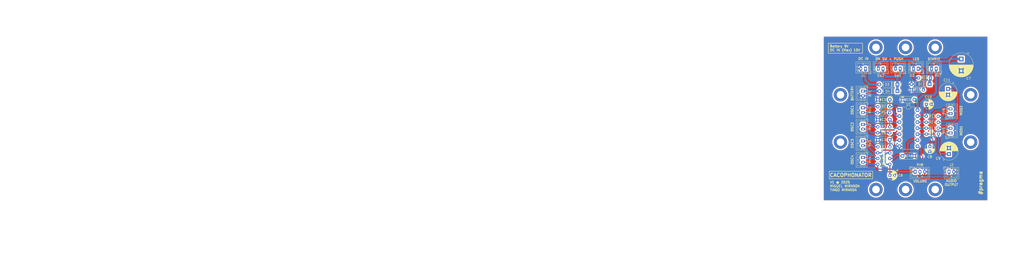
<source format=kicad_pcb>
(kicad_pcb (version 20241229) (generator "pcbnew") (generator_version "9.0")
  (title_block (title "CACOPHONATOR") (date "2025-03-02") (rev "1") (company "#pragma") (comment 1 "Miguel Miranda & Tiago Miranda") (comment 3 "Cacophonator V1 - PCB  V1"))
  (layers (0 "F.Cu" signal) (2 "B.Cu" signal) (13 "F.Paste" user) (15 "B.Paste" user) (5 "F.SilkS" user "F.Silkscreen") (7 "B.SilkS" user "B.Silkscreen") (1 "F.Mask" user) (3 "B.Mask" user) (25 "Edge.Cuts" user))
  (net 0 "")
  (net 1 "VCC")
  (net 2 "GND")
  (net 3 "Net-(C1-Pad1)")
  (net 4 "Net-(C2-Pad1)")
  (net 5 "Net-(C3-Pad1)")
  (net 6 "Net-(C4-Pad1)")
  (net 7 "Net-(U1G-VDD)")
  (net 8 "Net-(C6-Pad1)")
  (net 9 "Net-(D1-K)")
  (net 10 "Net-(C8-Pad1)")
  (net 11 "Net-(C9-Pad1)")
  (net 12 "Net-(C10-Pad1)")
  (net 13 "Net-(C11-Pad1)")
  (net 14 "Net-(R1-Pad2)")
  (net 15 "Net-(R2-Pad2)")
  (net 16 "Net-(R3-Pad2)")
  (net 17 "Net-(R4-Pad2)")
  (net 18 "Net-(R5-Pad2)")
  (net 19 "Net-(R6-Pad2)")
  (net 20 "Net-(R7-Pad2)")
  (net 21 "Net-(R8-Pad2)")
  (net 22 "Net-(R11-Pad2)")
  (net 23 "Net-(R12-Pad2)")
  (net 24 "Net-(R13-Pad2)")
  (net 25 "Net-(R14-Pad2)")
  (net 26 "Net-(D2-K)")
  (net 27 "Net-(C6-Pad2)")
  (net 28 "Net-(BT1-+)")
  (net 29 "Net-(D3-A)")
  (net 30 "Net-(J2-In)")
  (net 31 "Net-(D3-K)")
  (footprint "Connector_JST:JST_PH_B2B-PH-K_1x02_P2.00mm_Vertical" (layer "F.Cu") (at 169 106.15 90)
    (property "Reference" "RV5" (at 1 -2.9 90) (layer "F.SilkS"))
    (property "Value" "1M")
    (pad "1" thru_hole roundrect (at 0 0 90) (size 1.2 1.75) (drill 0.75) (layers "*.Cu" "*.Mask") (roundrect_rratio 0.208333) (net 23 "Net-(R12-Pad2)"))
    (pad "2" thru_hole oval (at 2 0 90) (size 1.2 1.75) (drill 0.75) (layers "*.Cu" "*.Mask") (net 22 "Net-(R11-Pad2)"))
  )
  (footprint "Capacitor_THT:C_Disc_D7.0mm_W2.5mm_P5.00mm" (layer "F.Cu") (at 143.3 109.035 180)
    (property "Reference" "C3" (at 2.5 0 0) (layer "F.SilkS"))
    (property "Value" "0.01uF")
    (pad "1" thru_hole circle (at 0 0 180) (size 1.6 1.6) (drill 0.8) (layers "*.Cu" "*.Mask") (net 5 "Net-(C3-Pad1)"))
    (pad "2" thru_hole circle (at 5 0 180) (size 1.6 1.6) (drill 0.8) (layers "*.Cu" "*.Mask") (net 2 "GND"))
  )
  (footprint "Capacitor_THT:CP_Radial_D4.0mm_P2.00mm" (layer "F.Cu") (at 143.377401 124)
    (property "Reference" "C6" (at 4.5 0 0) (layer "F.SilkS"))
    (property "Value" "22uF")
    (pad "1" thru_hole rect (at 0 0) (size 1.2 1.2) (drill 0.6) (layers "*.Cu" "*.Mask") (net 8 "Net-(C6-Pad1)"))
    (pad "2" thru_hole circle (at 2 0) (size 1.2 1.2) (drill 0.6) (layers "*.Cu" "*.Mask") (net 27 "Net-(C6-Pad2)"))
  )
  (footprint "Package_DIP:DIP-14_W7.62mm" (layer "F.Cu") (at 147.412323 96.485)
    (property "Reference" "U1" (at 3.81 -2.33 0) (layer "F.SilkS"))
    (property "Value" "40106")
    (pad "1" thru_hole rect (at 0 0) (size 1.6 1.6) (drill 0.8) (layers "*.Cu" "*.Mask") (net 3 "Net-(C1-Pad1)"))
    (pad "2" thru_hole oval (at 0 2.54) (size 1.6 1.6) (drill 0.8) (layers "*.Cu" "*.Mask") (net 18 "Net-(R5-Pad2)"))
    (pad "3" thru_hole oval (at 0 5.08) (size 1.6 1.6) (drill 0.8) (layers "*.Cu" "*.Mask") (net 4 "Net-(C2-Pad1)"))
    (pad "4" thru_hole oval (at 0 7.62) (size 1.6 1.6) (drill 0.8) (layers "*.Cu" "*.Mask") (net 19 "Net-(R6-Pad2)"))
    (pad "5" thru_hole oval (at 0 10.16) (size 1.6 1.6) (drill 0.8) (layers "*.Cu" "*.Mask") (net 5 "Net-(C3-Pad1)"))
    (pad "6" thru_hole oval (at 0 12.7) (size 1.6 1.6) (drill 0.8) (layers "*.Cu" "*.Mask") (net 20 "Net-(R7-Pad2)"))
    (pad "7" thru_hole oval (at 0 15.24) (size 1.6 1.6) (drill 0.8) (layers "*.Cu" "*.Mask") (net 2 "GND"))
    (pad "8" thru_hole oval (at 7.62 15.24) (size 1.6 1.6) (drill 0.8) (layers "*.Cu" "*.Mask") (net 21 "Net-(R8-Pad2)"))
    (pad "9" thru_hole oval (at 7.62 12.7) (size 1.6 1.6) (drill 0.8) (layers "*.Cu" "*.Mask") (net 6 "Net-(C4-Pad1)"))
    (pad "10" thru_hole oval (at 7.62 10.16) (size 1.6 1.6) (drill 0.8) (layers "*.Cu" "*.Mask") (net 23 "Net-(R12-Pad2)"))
    (pad "11" thru_hole oval (at 7.62 7.62) (size 1.6 1.6) (drill 0.8) (layers "*.Cu" "*.Mask") (net 10 "Net-(C8-Pad1)"))
    (pad "12" thru_hole oval (at 7.62 5.08) (size 1.6 1.6) (drill 0.8) (layers "*.Cu" "*.Mask") (net 25 "Net-(R14-Pad2)"))
    (pad "13" thru_hole oval (at 7.62 2.54) (size 1.6 1.6) (drill 0.8) (layers "*.Cu" "*.Mask") (net 12 "Net-(C10-Pad1)"))
    (pad "14" thru_hole oval (at 7.62 0) (size 1.6 1.6) (drill 0.8) (layers "*.Cu" "*.Mask") (net 7 "Net-(U1G-VDD)"))
  )
  (footprint "Connector_JST:JST_PH_B2B-PH-K_1x02_P2.00mm_Vertical" (layer "F.Cu") (at 169 97.95 90)
    (property "Reference" "RV6" (at 1 -2.9 90) (layer "F.SilkS"))
    (property "Value" "1M")
    (pad "1" thru_hole roundrect (at 0 0 90) (size 1.2 1.75) (drill 0.75) (layers "*.Cu" "*.Mask") (roundrect_rratio 0.208333) (net 24 "Net-(R13-Pad2)"))
    (pad "2" thru_hole oval (at 2 0 90) (size 1.2 1.75) (drill 0.75) (layers "*.Cu" "*.Mask") (net 25 "Net-(R14-Pad2)"))
  )
  (footprint "Capacitor_THT:CP_Radial_D7.5mm_P2.50mm" (layer "F.Cu") (at 167.95 87.5 -90)
    (property "Reference" "C11" (at -3.7 0.5 0) (layer "F.SilkS"))
    (property "Value" "22uF")
    (pad "1" thru_hole rect (at 0 0 270) (size 1.6 1.6) (drill 0.8) (layers "*.Cu" "*.Mask") (net 13 "Net-(C11-Pad1)"))
    (pad "2" thru_hole circle (at 2.5 0 270) (size 1.6 1.6) (drill 0.8) (layers "*.Cu" "*.Mask") (net 2 "GND"))
  )
  (footprint "Capacitor_THT:CP_Radial_D4.0mm_P2.00mm" (layer "F.Cu") (at 158.75 94)
    (property "Reference" "C10" (at 0.85 -3 0) (layer "F.SilkS"))
    (property "Value" "4.7uF")
    (pad "1" thru_hole rect (at 0 0) (size 1.2 1.2) (drill 0.6) (layers "*.Cu" "*.Mask") (net 12 "Net-(C10-Pad1)"))
    (pad "2" thru_hole circle (at 2 0) (size 1.2 1.2) (drill 0.6) (layers "*.Cu" "*.Mask") (net 2 "GND"))
  )
  (footprint "Connector_JST:JST_PH_B2B-PH-K_1x02_P2.00mm_Vertical" (layer "F.Cu") (at 162.95 79 180)
    (property "Reference" "RV7" (at -0.7 -2.9 180) (layer "F.SilkS"))
    (property "Value" "10k")
    (pad "1" thru_hole roundrect (at 0 0 180) (size 1.2 1.75) (drill 0.75) (layers "*.Cu" "*.Mask") (roundrect_rratio 0.208333) (net 7 "Net-(U1G-VDD)"))
    (pad "2" thru_hole oval (at 2 0 180) (size 1.2 1.75) (drill 0.75) (layers "*.Cu" "*.Mask") (net 9 "Net-(D1-K)"))
  )
  (footprint "Resistor_THT:R_Axial_DIN0204_L3.6mm_D1.6mm_P5.08mm_Horizontal" (layer "F.Cu") (at 143.332323 95.035 180)
    (property "Reference" "R1" (at 2.54 0 0) (layer "F.SilkS"))
    (property "Value" "10k" (hide yes))
    (pad "1" thru_hole circle (at 0 0 180) (size 1.4 1.4) (drill 0.7) (layers "*.Cu" "*.Mask") (net 3 "Net-(C1-Pad1)"))
    (pad "2" thru_hole oval (at 5.08 0 180) (size 1.4 1.4) (drill 0.7) (layers "*.Cu" "*.Mask") (net 14 "Net-(R1-Pad2)"))
  )
  (footprint "Resistor_THT:R_Axial_DIN0204_L3.6mm_D1.6mm_P5.08mm_Horizontal" (layer "F.Cu") (at 158.74 104.1)
    (property "Reference" "R11" (at 2.54 0 0) (layer "F.SilkS"))
    (property "Value" "10k")
    (pad "1" thru_hole circle (at 0 0) (size 1.4 1.4) (drill 0.7) (layers "*.Cu" "*.Mask") (net 10 "Net-(C8-Pad1)"))
    (pad "2" thru_hole oval (at 5.08 0) (size 1.4 1.4) (drill 0.7) (layers "*.Cu" "*.Mask") (net 22 "Net-(R11-Pad2)"))
  )
  (footprint "MountingHole:MountingHole_3.2mm_M3_ISO7380_Pad" (layer "F.Cu") (at 162.5 130)
    (property "Reference" "H10" (hide yes))
    (property "Value" "MountingHole")
    (pad "1" thru_hole circle (at 0 0) (size 5.7 5.7) (drill 3.2) (layers "*.Cu" "*.Mask"))
  )
  (footprint "Connector_JST:JST_PH_B2B-PH-K_1x02_P2.00mm_Vertical" (layer "F.Cu") (at 132 95.5 -90)
    (property "Reference" "RV1" (at 1 -2.9 90) (layer "F.SilkS"))
    (property "Value" "1M")
    (pad "1" thru_hole roundrect (at 0 0 270) (size 1.2 1.75) (drill 0.75) (layers "*.Cu" "*.Mask") (roundrect_rratio 0.208333) (net 14 "Net-(R1-Pad2)"))
    (pad "2" thru_hole oval (at 2 0 270) (size 1.2 1.75) (drill 0.75) (layers "*.Cu" "*.Mask") (net 18 "Net-(R5-Pad2)"))
  )
  (footprint "MountingHole:MountingHole_3.2mm_M3_ISO7380_Pad" (layer "F.Cu") (at 122.5 110)
    (property "Reference" "H3" (hide yes))
    (property "Value" "MountingHole")
    (pad "1" thru_hole circle (at 0 0) (size 5.7 5.7) (drill 3.2) (layers "*.Cu" "*.Mask"))
  )
  (footprint "Resistor_THT:R_Axial_DIN0204_L3.6mm_D1.6mm_P5.08mm_Horizontal" (layer "F.Cu") (at 143.332323 116.9 180)
    (property "Reference" "R4" (at 2.54 0 0) (layer "F.SilkS"))
    (property "Value" "10k")
    (pad "1" thru_hole circle (at 0 0 180) (size 1.4 1.4) (drill 0.7) (layers "*.Cu" "*.Mask") (net 6 "Net-(C4-Pad1)"))
    (pad "2" thru_hole oval (at 5.08 0 180) (size 1.4 1.4) (drill 0.7) (layers "*.Cu" "*.Mask") (net 17 "Net-(R4-Pad2)"))
  )
  (footprint "Connector_JST:JST_PH_B2B-PH-K_1x02_P2.00mm_Vertical" (layer "F.Cu") (at 132 102.5 -90)
    (property "Reference" "RV2" (at 1 -2.9 90) (layer "F.SilkS"))
    (property "Value" "1M")
    (pad "1" thru_hole roundrect (at 0 0 270) (size 1.2 1.75) (drill 0.75) (layers "*.Cu" "*.Mask") (roundrect_rratio 0.208333) (net 15 "Net-(R2-Pad2)"))
    (pad "2" thru_hole oval (at 2 0 270) (size 1.2 1.75) (drill 0.75) (layers "*.Cu" "*.Mask") (net 19 "Net-(R6-Pad2)"))
  )
  (footprint "MountingHole:MountingHole_3.2mm_M3_ISO7380_Pad" (layer "F.Cu") (at 177.5 90)
    (property "Reference" "H2" (hide yes))
    (property "Value" "MountingHole")
    (pad "1" thru_hole circle (at 0 0) (size 5.7 5.7) (drill 3.2) (layers "*.Cu" "*.Mask"))
  )
  (footprint "Capacitor_THT:C_Disc_D7.0mm_W2.5mm_P5.00mm" (layer "F.Cu") (at 143.332323 92.035 180)
    (property "Reference" "C1" (at 2.5 0 0) (layer "F.SilkS"))
    (property "Value" "2200pF" (hide yes))
    (pad "1" thru_hole circle (at 0 0 180) (size 1.6 1.6) (drill 0.8) (layers "*.Cu" "*.Mask") (net 3 "Net-(C1-Pad1)"))
    (pad "2" thru_hole circle (at 5 0 180) (size 1.6 1.6) (drill 0.8) (layers "*.Cu" "*.Mask") (net 2 "GND"))
  )
  (footprint "Connector_JST:JST_PH_B2B-PH-K_1x02_P2.00mm_Vertical" (layer "F.Cu") (at 168.35 122.5)
    (property "Reference" "J2" (at 1 -2.9 0) (layer "F.SilkS"))
    (property "Value" "AUDIO OUTPUT")
    (pad "1" thru_hole roundrect (at 0 0) (size 1.2 1.75) (drill 0.75) (layers "*.Cu" "*.Mask") (roundrect_rratio 0.208333) (net 30 "Net-(J2-In)"))
    (pad "2" thru_hole oval (at 2 0) (size 1.2 1.75) (drill 0.75) (layers "*.Cu" "*.Mask") (net 2 "GND"))
  )
  (footprint "Capacitor_THT:C_Disc_D7.0mm_W2.5mm_P5.00mm" (layer "F.Cu") (at 153.732323 92.06 180)
    (property "Reference" "C5" (at 2.5 0 0) (layer "F.SilkS"))
    (property "Value" "0.01uF")
    (pad "1" thru_hole circle (at 0 0 180) (size 1.6 1.6) (drill 0.8) (layers "*.Cu" "*.Mask") (net 7 "Net-(U1G-VDD)"))
    (pad "2" thru_hole circle (at 5 0 180) (size 1.6 1.6) (drill 0.8) (layers "*.Cu" "*.Mask") (net 2 "GND"))
  )
  (footprint "Resistor_THT:R_Axial_DIN0204_L3.6mm_D1.6mm_P5.08mm_Horizontal" (layer "F.Cu") (at 143.3 106.035 180)
    (property "Reference" "R6" (at 2.54 0 0) (layer "F.SilkS"))
    (property "Value" "10k")
    (pad "1" thru_hole circle (at 0 0 180) (size 1.4 1.4) (drill 0.7) (layers "*.Cu" "*.Mask") (net 8 "Net-(C6-Pad1)"))
    (pad "2" thru_hole oval (at 5.08 0 180) (size 1.4 1.4) (drill 0.7) (layers "*.Cu" "*.Mask") (net 19 "Net-(R6-Pad2)"))
  )
  (footprint "MountingHole:MountingHole_3.2mm_M3_ISO7380_Pad" (layer "F.Cu") (at 150 130)
    (property "Reference" "H9" (hide yes))
    (property "Value" "MountingHole")
    (pad "1" thru_hole circle (at 0 0) (size 5.7 5.7) (drill 3.2) (layers "*.Cu" "*.Mask"))
  )
  (footprint "Diode_THT:D_DO-35_SOD27_P7.62mm_Horizontal" (layer "F.Cu") (at 146.5438 88.4698 180)
    (property "Reference" "D4" (at 4.11 -0.1 0) (layer "F.SilkS"))
    (property "Value" "1N4004*")
    (fp_text user "K" (at -1.59 0.1 0) (layer "F.SilkS"))
    (pad "1" thru_hole rect (at 0 0 180) (size 1.6 1.6) (drill 0.8) (layers "*.Cu" "*.Mask") (net 31 "Net-(D3-K)"))
    (pad "2" thru_hole oval (at 7.62 0 180) (size 1.6 1.6) (drill 0.8) (layers "*.Cu" "*.Mask") (net 28 "Net-(BT1-+)"))
  )
  (footprint "MountingHole:MountingHole_3.2mm_M3_ISO7380_Pad" (layer "F.Cu") (at 177.5 110)
    (property "Reference" "H4" (hide yes))
    (property "Value" "MountingHole")
    (pad "1" thru_hole circle (at 0 0) (size 5.7 5.7) (drill 3.2) (layers "*.Cu" "*.Mask"))
  )
  (footprint "Connector_JST:JST_PH_B2B-PH-K_1x02_P2.00mm_Vertical" (layer "F.Cu") (at 140.5 79 180)
    (property "Reference" "SW2" (at 1 -2.9 180) (layer "F.SilkS"))
    (property "Value" "CHARGE")
    (pad "1" thru_hole roundrect (at 0 0 180) (size 1.2 1.75) (drill 0.75) (layers "*.Cu" "*.Mask") (roundrect_rratio 0.208333) (net 31 "Net-(D3-K)"))
    (pad "2" thru_hole oval (at 2 0 180) (size 1.2 1.75) (drill 0.75) (layers "*.Cu" "*.Mask") (net 1 "VCC"))
  )
  (footprint "Diode_THT:D_DO-35_SOD27_P7.62mm_Horizontal" (layer "F.Cu") (at 146.54 85.64 180)
    (property "Reference" "D3" (at 4.32 0 0) (layer "F.SilkS"))
    (property "Value" "1N4004*")
    (fp_text user "K" (at -1.58 0 0) (layer "F.SilkS"))
    (pad "1" thru_hole rect (at 0 0 180) (size 1.6 1.6) (drill 0.8) (layers "*.Cu" "*.Mask") (net 31 "Net-(D3-K)"))
    (pad "2" thru_hole oval (at 7.62 0 180) (size 1.6 1.6) (drill 0.8) (layers "*.Cu" "*.Mask") (net 29 "Net-(D3-A)"))
  )
  (footprint "MountingHole:MountingHole_3.2mm_M3_ISO7380_Pad" (layer "F.Cu") (at 137.5 70)
    (property "Reference" "H5" (hide yes))
    (property "Value" "MountingHole")
    (pad "1" thru_hole circle (at 0 0) (size 5.7 5.7) (drill 3.2) (layers "*.Cu" "*.Mask"))
  )
  (footprint "Connector_JST:JST_PH_B2B-PH-K_1x02_P2.00mm_Vertical" (layer "F.Cu") (at 132 88.45 -90)
    (property "Reference" "BT1" (at 1 -2.9 90) (layer "F.SilkS"))
    (property "Value" "9V")
    (pad "1" thru_hole roundrect (at 0 0 270) (size 1.2 1.75) (drill 0.75) (layers "*.Cu" "*.Mask") (roundrect_rratio 0.208333) (net 28 "Net-(BT1-+)"))
    (pad "2" thru_hole oval (at 2 0 270) (size 1.2 1.75) (drill 0.75) (layers "*.Cu" "*.Mask") (net 2 "GND"))
  )
  (footprint "MountingHole:MountingHole_3.2mm_M3_ISO7380_Pad" (layer "F.Cu") (at 137.5 130)
    (property "Reference" "H8" (hide yes))
    (property "Value" "MountingHole")
    (pad "1" thru_hole circle (at 0 0) (size 5.7 5.7) (drill 3.2) (layers "*.Cu" "*.Mask"))
  )
  (footprint "MountingHole:MountingHole_3.2mm_M3_ISO7380_Pad" (layer "F.Cu") (at 162.5 70)
    (property "Reference" "H7" (hide yes))
    (property "Value" "MountingHole")
    (pad "1" thru_hole circle (at 0 0) (size 5.7 5.7) (drill 3.2) (layers "*.Cu" "*.Mask"))
  )
  (footprint "Capacitor_THT:C_Disc_D7.0mm_W2.5mm_P5.00mm" (layer "F.Cu") (at 148.7 115.8)
    (property "Reference" "C4" (at 2.5 0 0) (layer "F.SilkS"))
    (property "Value" "0.01uF")
    (pad "1" thru_hole circle (at 0 0) (size 1.6 1.6) (drill 0.8) (layers "*.Cu" "*.Mask") (net 6 "Net-(C4-Pad1)"))
    (pad "2" thru_hole circle (at 5 0) (size 1.6 1.6) (drill 0.8) (layers "*.Cu" "*.Mask") (net 2 "GND"))
  )
  (footprint "Resistor_THT:R_Axial_DIN0204_L3.6mm_D1.6mm_P5.08mm_Horizontal" (layer "F.Cu") (at 163.82 101.6 180)
    (property "Reference" "R14" (at 2.54 0 0) (layer "F.SilkS"))
    (property "Value" "100")
    (pad "1" thru_hole circle (at 0 0 180) (size 1.4 1.4) (drill 0.7) (layers "*.Cu" "*.Mask") (net 13 "Net-(C11-Pad1)"))
    (pad "2" thru_hole oval (at 5.08 0 180) (size 1.4 1.4) (drill 0.7) (layers "*.Cu" "*.Mask") (net 25 "Net-(R14-Pad2)"))
  )
  (footprint "Resistor_THT:R_Axial_DIN0204_L3.6mm_D1.6mm_P5.08mm_Horizontal" (layer "F.Cu") (at 143.4 112 180)
    (property "Reference" "R3" (at 2.54 0 0) (layer "F.SilkS"))
    (property "Value" "10k")
    (pad "1" thru_hole circle (at 0 0 180) (size 1.4 1.4) (drill 0.7) (layers "*.Cu" "*.Mask") (net 5 "Net-(C3-Pad1)"))
    (pad "2" thru_hole oval (at 5.08 0 180) (size 1.4 1.4) (drill 0.7) (layers "*.Cu" "*.Mask") (net 16 "Net-(R3-Pad2)"))
  )
  (footprint "Capacitor_THT:CP_Radial_D7.5mm_P2.50mm" (layer "F.Cu") (at 168.3 115 90)
    (property "Reference" "C9" (at -1.9 -4.55 180) (layer "F.SilkS"))
    (property "Value" "22uF")
    (pad "1" thru_hole rect (at 0 0 90) (size 1.6 1.6) (drill 0.8) (layers "*.Cu" "*.Mask") (net 11 "Net-(C9-Pad1)"))
    (pad "2" thru_hole circle (at 2.5 0 90) (size 1.6 1.6) (drill 0.8) (layers "*.Cu" "*.Mask") (net 2 "GND"))
  )
  (footprint "Capacitor_THT:CP_Radial_D4.0mm_P2.00mm" (layer "F.Cu") (at 160.25 111.8 -90)
    (property "Reference" "C8" (at 4.4 0.05 180) (layer "F.SilkS"))
    (property "Value" "4.7uF")
    (pad "1" thru_hole rect (at 0 0 270) (size 1.2 1.2) (drill 0.6) (layers "*.Cu" "*.Mask") (net 10 "Net-(C8-Pad1)"))
    (pad "2" thru_hole circle (at 2 0 270) (size 1.2 1.2) (drill 0.6) (layers "*.Cu" "*.Mask") (net 2 "GND"))
  )
  (footprint "Resistor_THT:R_Axial_DIN0204_L3.6mm_D1.6mm_P5.08mm_Horizontal" (layer "F.Cu") (at 143.3 114.535 180)
    (property "Reference" "R7" (at 2.54 0 0) (layer "F.SilkS"))
    (property "Value" "10k")
    (pad "1" thru_hole circle (at 0 0 180) (size 1.4 1.4) (drill 0.7) (layers "*.Cu" "*.Mask") (net 8 "Net-(C6-Pad1)"))
    (pad "2" thru_hole oval (at 5.08 0 180) (size 1.4 1.4) (drill 0.7) (layers "*.Cu" "*.Mask") (net 20 "Net-(R7-Pad2)"))
  )
  (footprint "Resistor_THT:R_Axial_DIN0204_L3.6mm_D1.6mm_P5.08mm_Horizontal" (layer "F.Cu") (at 163.9 106.6 180)
    (property "Reference" "R12" (at 2.54 0 0) (layer "F.SilkS"))
    (property "Value" "100")
    (pad "1" thru_hole circle (at 0 0 180) (size 1.4 1.4) (drill 0.7) (layers "*.Cu" "*.Mask") (net 11 "Net-(C9-Pad1)"))
    (pad "2" thru_hole oval (at 5.08 0 180) (size 1.4 1.4) (drill 0.7) (layers "*.Cu" "*.Mask") (net 23 "Net-(R12-Pad2)"))
  )
  (footprint "MountingHole:MountingHole_3.2mm_M3_ISO7380_Pad" (layer "F.Cu") (at 150 70)
    (property "Reference" "H6" (hide yes))
    (property "Value" "MountingHole")
    (pad "1" thru_hole circle (at 0 0) (size 5.7 5.7) (drill 3.2) (layers "*.Cu" "*.Mask"))
  )
  (footprint "Connector_JST:JST_PH_B3B-PH-K_1x03_P2.00mm_Vertical" (layer "F.Cu") (at 154.05 122.5)
    (property "Reference" "RV8" (at 2 -2.9 0) (layer "F.SilkS"))
    (property "Value" "100k log")
    (pad "1" thru_hole roundrect (at 0 0) (size 1.2 1.75) (drill 0.75) (layers "*.Cu" "*.Mask") (roundrect_rratio 0.208333) (net 27 "Net-(C6-Pad2)"))
    (pad "2" thru_hole oval (at 2 0) (size 1.2 1.75) (drill 0.75) (layers "*.Cu" "*.Mask") (net 30 "Net-(J2-In)"))
    (pad "3" thru_hole oval (at 4 0) (size 1.2 1.75) (drill 0.75) (layers "*.Cu" "*.Mask") (net 2 "GND"))
  )
  (footprint "Resistor_THT:R_Axial_DIN0204_L3.6mm_D1.6mm_P5.08mm_Horizontal" (layer "F.Cu") (at 155.46 82.9)
    (property "Reference" "R10" (at 2.49 -0.075 0) (layer "F.SilkS"))
    (property "Value" "22")
    (pad "1" thru_hole circle (at 0 0) (size 1.4 1.4) (drill 0.7) (layers "*.Cu" "*.Mask") (net 1 "VCC"))
    (pad "2" thru_hole oval (at 5.08 0) (size 1.4 1.4) (drill 0.7) (layers "*.Cu" "*.Mask") (net 9 "Net-(D1-K)"))
  )
  (footprint "Capacitor_THT:C_Disc_D7.0mm_W2.5mm_P5.00mm" (layer "F.Cu") (at 143.3 100.5 180)
    (property "Reference" "C2" (at 2.5 0 0) (layer "F.SilkS"))
    (property "Value" "2200pF" (hide yes))
    (pad "1" thru_hole circle (at 0 0 180) (size 1.6 1.6) (drill 0.8) (layers "*.Cu" "*.Mask") (net 4 "Net-(C2-Pad1)"))
    (pad "2" thru_hole circle (at 5 0 180) (size 1.6 1.6) (drill 0.8) (layers "*.Cu" "*.Mask") (net 2 "GND"))
  )
  (footprint "Resistor_THT:R_Axial_DIN0204_L3.6mm_D1.6mm_P5.08mm_Horizontal" (layer "F.Cu") (at 158.74 99.1)
    (property "Reference" "R13" (at 2.54 0 0) (layer "F.SilkS"))
    (property "Value" "10k")
    (pad "1" thru_hole circle (at 0 0) (size 1.4 1.4) (drill 0.7) (layers "*.Cu" "*.Mask") (net 12 "Net-(C10-Pad1)"))
    (pad "2" thru_hole oval (at 5.08 0) (size 1.4 1.4) (drill 0.7) (layers "*.Cu" "*.Mask") (net 24 "Net-(R13-Pad2)"))
  )
  (footprint "MountingHole:MountingHole_3.2mm_M3_ISO7380_Pad" (layer "F.Cu") (at 122.5 90)
    (property "Reference" "H1" (hide yes))
    (property "Value" "MountingHole")
    (pad "1" thru_hole circle (at 0 0) (size 5.7 5.7) (drill 3.2) (layers "*.Cu" "*.Mask"))
  )
  (footprint "Resistor_THT:R_Axial_DIN0204_L3.6mm_D1.6mm_P5.08mm_Horizontal" (layer "F.Cu") (at 143.332323 119.4 180)
    (property "Reference" "R8" (at 2.54 0 0) (layer "F.SilkS"))
    (property "Value" "10k")
    (pad "1" thru_hole circle (at 0 0 180) (size 1.4 1.4) (drill 0.7) (layers "*.Cu" "*.Mask") (net 8 "Net-(C6-Pad1)"))
    (pad "2" thru_hole oval (at 5.08 0 180) (size 1.4 1.4) (drill 0.7) (layers "*.Cu" "*.Mask") (net 21 "Net-(R8-Pad2)"))
  )
  (footprint "Connector_JST:JST_PH_B2B-PH-K_1x02_P2.00mm_Vertical" (layer "F.Cu") (at 132 116.5 -90)
    (property "Reference" "RV4" (at 1 -2.9 90) (layer "F.SilkS"))
    (property "Value" "1M")
    (pad "1" thru_hole roundrect (at 0 0 270) (size 1.2 1.75) (drill 0.75) (layers "*.Cu" "*.Mask") (roundrect_rratio 0.208333) (net 17 "Net-(R4-Pad2)"))
    (pad "2" thru_hole oval (at 2 0 270) (size 1.2 1.75) (drill 0.75) (layers "*.Cu" "*.Mask") (net 21 "Net-(R8-Pad2)"))
  )
  (footprint "Connector_JST:JST_PH_B2B-PH-K_1x02_P2.00mm_Vertical" (layer "F.Cu") (at 133.05 79 180)
    (property "Reference" "J1" (at 1 -2.9 180) (layer "F.SilkS"))
    (property "Value" "Jack-DC")
    (pad "1" thru_hole roundrect (at 0 0 180) (size 1.2 1.75) (drill 0.75) (layers "*.Cu" "*.Mask") (roundrect_rratio 0.208333) (net 29 "Net-(D3-A)"))
    (pad "2" thru_hole oval (at 2 0 180) (size 1.2 1.75) (drill 0.75) (layers "*.Cu" "*.Mask") (net 2 "GND"))
  )
  (footprint "Resistor_THT:R_Axial_DIN0204_L3.6mm_D1.6mm_P5.08mm_Horizontal" (layer "F.Cu") (at 152.47 87.95)
    (property "Reference" "R15" (at 2.54 -0.125 0) (layer "F.SilkS"))
    (property "Value" "560")
    (pad "1" thru_hole circle (at 0 0) (size 1.4 1.4) (drill 0.7) (layers "*.Cu" "*.Mask") (net 2 "GND"))
    (pad "2" thru_hole oval (at 5.08 0) (size 1.4 1.4) (drill 0.7) (layers "*.Cu" "*.Mask") (net 26 "Net-(D2-K)"))
  )
  (footprint "Connector_JST:JST_PH_B2B-PH-K_1x02_P2.00mm_Vertical" (layer "F.Cu") (at 132 109.5 -90)
    (property "Reference" "RV3" (at 1 -2.9 90) (layer "F.SilkS"))
    (property "Value" "1M")
    (pad "1" thru_hole roundrect (at 0 0 270) (size 1.2 1.75) (drill 0.75) (layers "*.Cu" "*.Mask") (roundrect_rratio 0.208333) (net 16 "Net-(R3-Pad2)"))
    (pad "2" thru_hole oval (at 2 0 270) (size 1.2 1.75) (drill 0.75) (layers "*.Cu" "*.Mask") (net 20 "Net-(R7-Pad2)"))
  )
  (footprint "Resistor_THT:R_Axial_DIN0204_L3.6mm_D1.6mm_P5.08mm_Horizontal" (layer "F.Cu") (at 143.28 97.535 180)
    (property "Reference" "R5" (at 2.54 0 0) (layer "F.SilkS"))
    (property "Value" "10k" (hide yes))
    (pad "1" thru_hole circle (at 0 0 180) (size 1.4 1.4) (drill 0.7) (layers "*.Cu" "*.Mask") (net 8 "Net-(C6-Pad1)"))
    (pad "2" thru_hole oval (at 5.08 0 180) (size 1.4 1.4) (drill 0.7) (layers "*.Cu" "*.Mask") (net 18 "Net-(R5-Pad2)"))
  )
  (footprint "Connector_JST:JST_PH_B2B-PH-K_1x02_P2.00mm_Vertical" (layer "F.Cu") (at 155.35 79 180)
    (property "Reference" "D2" (at 2.6 -2.9 0) (layer "F.SilkS"))
    (property "Value" "LED")
    (pad "1" thru_hole roundrect (at 0 0 180) (size 1.2 1.75) (drill 0.75) (layers "*.Cu" "*.Mask") (roundrect_rratio 0.208333) (net 26 "Net-(D2-K)"))
    (pad "2" thru_hole oval (at 2 0 180) (size 1.2 1.75) (drill 0.75) (layers "*.Cu" "*.Mask") (net 1 "VCC"))
  )
  (footprint "Capacitor_THT:CP_Radial_D10.0mm_P5.00mm" (layer "F.Cu") (at 173.5 74.882323 -90)
    (property "Reference" "C7" (at 8.2 -3.1 0) (layer "F.SilkS"))
    (property "Value" "2200uF")
    (pad "1" thru_hole rect (at 0 0 270) (size 2 2) (drill 1) (layers "*.Cu" "*.Mask") (net 9 "Net-(D1-K)"))
    (pad "2" thru_hole circle (at 5 0 270) (size 2 2) (drill 1) (layers "*.Cu" "*.Mask") (net 2 "GND"))
  )
  (footprint "Connector_JST:JST_PH_B2B-PH-K_1x02_P2.00mm_Vertical" (layer "F.Cu") (at 147.75 79 180)
    (property "Reference" "SW1" (at 1 -2.9 180) (layer "F.SilkS"))
    (property "Value" "POWER")
    (pad "1" thru_hole roundrect (at 0 0 180) (size 1.2 1.75) (drill 0.75) (layers "*.Cu" "*.Mask") (roundrect_rratio 0.208333) (net 31 "Net-(D3-K)"))
    (pad "2" thru_hole oval (at 2 0 180) (size 1.2 1.75) (drill 0.75) (layers "*.Cu" "*.Mask") (net 1 "VCC"))
  )
  (footprint "Resistor_THT:R_Axial_DIN0204_L3.6mm_D1.6mm_P5.08mm_Horizontal" (layer "F.Cu") (at 143.332323 103.535 180)
    (property "Reference" "R2" (at 2.54 0 0) (layer "F.SilkS"))
    (property "Value" "10k")
    (pad "1" thru_hole circle (at 0 0 180) (size 1.4 1.4) (drill 0.7) (layers "*.Cu" "*.Mask") (net 4 "Net-(C2-Pad1)"))
    (pad "2" thru_hole oval (at 5.08 0 180) (size 1.4 1.4) (drill 0.7) (layers "*.Cu" "*.Mask") (net 15 "Net-(R2-Pad2)"))
  )
  (footprint "Diode_THT:D_DO-35_SOD27_P7.62mm_Horizontal" (layer "F.Cu") (at 160.12 85.5 180)
    (property "Reference" "D1" (at 3.81 0 0) (layer "F.SilkS"))
    (property "Value" "MUR210G*")
    (fp_text user "K" (at -1.85 0.1 0) (layer "F.SilkS"))
    (pad "1" thru_hole rect (at 0 0 180) (size 1.6 1.6) (drill 0.8) (layers "*.Cu" "*.Mask") (net 9 "Net-(D1-K)"))
    (pad "2" thru_hole oval (at 7.62 0 180) (size 1.6 1.6) (drill 0.8) (layers "*.Cu" "*.Mask") (net 2 "GND"))
  )
  (gr_rect (start 117.375 68.2) (end 131.825 72.45) (stroke (width 0.2)) (fill no) (layer "F.SilkS"))
  (gr_rect (start 117.8 122.3) (end 136.1 125.5) (stroke (width 0.2)) (fill no) (layer "F.SilkS"))
  (gr_line (start 115 135) (end 115 65) (stroke (width 0.05)) (layer "Edge.Cuts"))
  (gr_line (start 115 65) (end 185 65) (stroke (width 0.05)) (layer "Edge.Cuts"))
  (gr_line (start 185 65) (end 185 135) (stroke (width 0.05)) (layer "Edge.Cuts"))
  (gr_line (start 185 135) (end 115 135) (stroke (width 0.05)) (layer "Edge.Cuts"))
  (gr_text "#pragma" (at 182.55 132.3 90) (layer "F.SilkS") (effects (font (size 1.5 1.5) (thickness 0.3) (bold yes)) (justify left bottom)))
  (gr_text "LED" (at 152.9 75.5 0) (layer "F.SilkS") (effects (font (size 1 1) (thickness 0.2) (bold yes)) (justify left bottom)))
  (gr_text "Battery 9V\nDC IN (Max) 15V" (at 117.9 71.7 0) (layer "F.SilkS") (effects (font (size 1 1) (thickness 0.2) (bold yes)) (justify left bottom)))
  (gr_text "AUDIO\nOUTPUT" (at 169.35 128.55 0) (layer "F.SilkS") (effects (font (size 1 1) (thickness 0.2) (bold yes)) (justify bottom)))
  (gr_text "VOLUME" (at 153.15 127.1 0) (layer "F.SilkS") (effects (font (size 1 1) (thickness 0.2) (bold yes)) (justify left bottom)))
  (gr_text "OSC3" (at 127.5 110.6 90) (layer "F.SilkS") (effects (font (size 1 1) (thickness 0.2) (bold yes))))
  (gr_text "STARVE" (at 159.25 75.5 0) (layer "F.SilkS") (effects (font (size 1 1) (thickness 0.2) (bold yes)) (justify left bottom)))
  (gr_text "BATTERY" (at 127.5 89.4 90) (layer "F.SilkS") (effects (font (size 1 1) (thickness 0.2) (bold yes))))
  (gr_text "MOD1" (at 173.5 105.15 90) (layer "F.SilkS") (effects (font (size 1 1) (thickness 0.2) (bold yes))))
  (gr_text "CACOPHONATOR" (at 117.85 124.8 0) (layer "F.SilkS") (effects (font (size 1.5 1.5) (thickness 0.3) (bold yes)) (justify left bottom)))
  (gr_text "DC IN" (at 132.2 74.8 0) (layer "F.SilkS") (effects (font (size 1 1) (thickness 0.2) (bold yes))))
  (gr_text "MOD2" (at 173.45 96.65 90) (layer "F.SilkS") (effects (font (size 1 1) (thickness 0.2) (bold yes))))
  (gr_text "OSC2" (at 127.5 103.55 90) (layer "F.SilkS") (effects (font (size 1 1) (thickness 0.2) (bold yes))))
  (gr_text "OSC4" (at 127.5 117.45 90) (layer "F.SilkS") (effects (font (size 1 1) (thickness 0.2) (bold yes))))
  (gr_text "OSC1" (at 127.5 96.4 90) (layer "F.SilkS") (effects (font (size 1 1) (thickness 0.2) (bold yes))))
  (gr_text "ON SW + PUSH" (at 143.15 74.85 0) (layer "F.SilkS") (effects (font (size 1 1) (thickness 0.2) (bold yes))))
  (gr_text "V1 @ 2025\nMIGUEL MIRANDA\nTIAGO MIRANDA" (at 117.95 130.75 0) (layer "F.SilkS") (effects (font (size 1 1) (thickness 0.2) (bold yes)) (justify left bottom)))
  (segment (start 152.95 76.15) (end 153.35 76.55) (width 1) (layer "B.Cu") (net 1))
  (segment (start 145.75 79) (end 145.75 75.5) (width 1) (layer "B.Cu") (net 1))
  (segment (start 140 75.5) (end 138.5 77) (width 1) (layer "B.Cu") (net 1))
  (segment (start 140 75.5) (end 145.75 75.5) (width 1) (layer "B.Cu") (net 1))
  (segment (start 154.25 82.9) (end 155.46 82.9) (width 1) (layer "B.Cu") (net 1))
  (segment (start 153.35 76.55) (end 153.35 82) (width 1) (layer "B.Cu") (net 1))
  (segment (start 152.3 75.5) (end 152.95 76.15) (width 1) (layer "B.Cu") (net 1))
  (segment (start 138.5 77) (end 138.5 79) (width 1) (layer "B.Cu") (net 1))
  (segment (start 145.75 75.5) (end 152.3 75.5) (width 1) (layer "B.Cu") (net 1))
  (segment (start 153.35 82) (end 154.25 82.9) (width 1) (layer "B.Cu") (net 1))
  (segment (start 157.85 122.4) (end 157.95 122.5) (width 0.5) (layer "B.Cu") (net 2))
  (segment (start 143.332323 95.035) (end 145.962323 95.035) (width 0.5) (layer "B.Cu") (net 3))
  (segment (start 145.962323 95.035) (end 147.412323 96.485) (width 0.5) (layer "B.Cu") (net 3))
  (segment (start 143.332323 95.035) (end 143.332323 92.035) (width 0.5) (layer "B.Cu") (net 3))
  (segment (start 143.3 100.5) (end 143.3 103.502677) (width 0.5) (layer "B.Cu") (net 4))
  (segment (start 144.365 101.565) (end 143.3 100.5) (width 0.5) (layer "B.Cu") (net 4))
  (segment (start 143.3 103.502677) (end 143.332323 103.535) (width 0.5) (layer "B.Cu") (net 4))
  (segment (start 147.412323 101.565) (end 144.365 101.565) (width 0.5) (layer "B.Cu") (net 4))
  (segment (start 143.4 112) (end 143.4 109.135) (width 0.5) (layer "B.Cu") (net 5))
  (segment (start 147.157323 106.9) (end 147.412323 106.645) (width 0.5) (layer "B.Cu") (net 5))
  (segment (start 145.69 106.645) (end 143.3 109.035) (width 0.5) (layer "B.Cu") (net 5))
  (segment (start 147.412323 106.645) (end 145.69 106.645) (width 0.5) (layer "B.Cu") (net 5))
  (segment (start 143.4 109.135) (end 143.3 109.035) (width 0.5) (layer "B.Cu") (net 5))
  (segment (start 148.7 115.8) (end 151 113.5) (width 0.5) (layer "B.Cu") (net 6))
  (segment (start 152.315 109.185) (end 155.032323 109.185) (width 0.5) (layer "B.Cu") (net 6))
  (segment (start 146.1 115.8) (end 148.7 115.8) (width 0.5) (layer "B.Cu") (net 6))
  (segment (start 143.332323 116.9) (end 145 116.9) (width 0.5) (layer "B.Cu") (net 6))
  (segment (start 145 116.9) (end 146.1 115.8) (width 0.5) (layer "B.Cu") (net 6))
  (segment (start 151 110.5) (end 152.315 109.185) (width 0.5) (layer "B.Cu") (net 6))
  (segment (start 151 113.5) (end 151 110.5) (width 0.5) (layer "B.Cu") (net 6))
  (segment (start 162.9 89.15) (end 162.9 79.05) (width 1) (layer "B.Cu") (net 7))
  (segment (start 162.9 89.15) (end 161.8 90.25) (width 1) (layer "B.Cu") (net 7))
  (segment (start 153.732323 92.06) (end 155.44 92.06) (width 1) (layer "B.Cu") (net 7))
  (segment (start 155.032323 93.36) (end 153.732323 92.06) (width 1) (layer "B.Cu") (net 7))
  (segment (start 157.25 90.25) (end 161.8 90.25) (width 1) (layer "B.Cu") (net 7))
  (segment (start 155.44 92.06) (end 157.25 90.25) (width 1) (layer "B.Cu") (net 7))
  (segment (start 155.032323 96.485) (end 155.032323 93.36) (width 1) (layer "B.Cu") (net 7))
  (segment (start 141.4 115.3) (end 141.4 118.8) (width 0.5) (layer "B.Cu") (net 8))
  (segment (start 141.4 105.1) (end 142.335 106.035) (width 0.5) (layer "B.Cu") (net 8))
  (segment (start 143.28 97.535) (end 141.4 99.415) (width 0.5) (layer "B.Cu") (net 8))
  (segment (start 143.377401 119.445078) (end 143.332323 119.4) (width 0.5) (layer "B.Cu") (net 8))
  (segment (start 141.4 115) (end 141.4 115.3) (width 0.5) (layer "B.Cu") (net 8))
  (segment (start 142.165 114.535) (end 141.4 115.3) (width 0.5) (layer "B.Cu") (net 8))
  (segment (start 141.4 105.1) (end 141.4 115) (width 0.5) (layer "B.Cu") (net 8))
  (segment (start 142.335 106.035) (end 143.3 106.035) (width 0.5) (layer "B.Cu") (net 8))
  (segment (start 143.3 114.535) (end 142.165 114.535) (width 0.5) (layer "B.Cu") (net 8))
  (segment (start 143.377401 124) (end 143.377401 119.445078) (width 0.5) (layer "B.Cu") (net 8))
  (segment (start 141.4 99.415) (end 141.4 105.1) (width 0.5) (layer "B.Cu") (net 8))
  (segment (start 142 119.4) (end 141.4 118.8) (width 0.5) (layer "B.Cu") (net 8))
  (segment (start 143.332323 119.4) (end 142 119.4) (width 0.5) (layer "B.Cu") (net 8))
  (segment (start 160.12 84.18) (end 160.12 85.5) (width 1) (layer "B.Cu") (net 9))
  (segment (start 162.625 75.875) (end 167.957323 75.875) (width 1) (layer "B.Cu") (net 9))
  (segment (start 160.54 82.5) (end 160.54 81.16) (width 1) (layer "B.Cu") (net 9))
  (segment (start 160.54 82.9) (end 160.54 83.76) (width 1) (layer "B.Cu") (net 9))
  (segment (start 168.95 74.882323) (end 173.5 74.882323) (width 1) (layer "B.Cu") (net 9))
  (segment (start 160.54 83.76) (end 160.12 84.18) (width 1) (layer "B.Cu") (net 9))
  (segment (start 160.95 79) (end 160.95 77.55) (width 1) (layer "B.Cu") (net 9))
  (segment (start 160.95 77.55) (end 162.625 75.875) (width 1) (layer "B.Cu") (net 9))
  (segment (start 160.54 81.16) (end 160.95 80.75) (width 1) (layer "B.Cu") (net 9))
  (segment (start 160.95 80.75) (end 160.95 79) (width 1) (layer "B.Cu") (net 9))
  (segment (start 167.957323 75.875) (end 168.95 74.882323) (width 1) (layer "B.Cu") (net 9))
  (segment (start 161.05 108.25) (end 161.5 108.7) (width 0.5) (layer "F.Cu") (net 10))
  (segment (start 160.85 108.05) (end 161.05 108.25) (width 0.5) (layer "F.Cu") (net 10))
  (segment (start 160.85 105.35) (end 160.85 108.05) (width 0.5) (layer "F.Cu") (net 10))
  (via (at 161.5 108.7) (size 0.6) (drill 0.3) (layers "F.Cu" "B.Cu") (net 10))
  (via (at 160.85 105.35) (size 0.6) (drill 0.3) (layers "F.Cu" "B.Cu") (net 10))
  (segment (start 158.74 104.1) (end 160.4 104.1) (width 0.5) (layer "B.Cu") (net 10))
  (segment (start 155.032323 104.105) (end 158.735 104.105) (width 0.5) (layer "B.Cu") (net 10))
  (segment (start 160.25 110.9) (end 161.5 109.65) (width 0.5) (layer "B.Cu") (net 10))
  (segment (start 158.735 104.105) (end 158.74 104.1) (width 0.5) (layer "B.Cu") (net 10))
  (segment (start 160.25 111.8) (end 160.25 110.9) (width 0.5) (layer "B.Cu") (net 10))
  (segment (start 161.5 109.65) (end 161.5 108.7) (width 0.5) (layer "B.Cu") (net 10))
  (segment (start 160.4 104.1) (end 160.85 104.55) (width 0.5) (layer "B.Cu") (net 10))
  (segment (start 160.85 104.55) (end 160.85 105.35) (width 0.5) (layer "B.Cu") (net 10))
  (segment (start 163.9 106.6) (end 163.9 113.9) (width 0.5) (layer "B.Cu") (net 11))
  (segment (start 163.9 113.9) (end 165 115) (width 0.5) (layer "B.Cu") (net 11))
  (segment (start 165 115) (end 168.3 115) (width 0.5) (layer "B.Cu") (net 11))
  (segment (start 158.75 94) (end 158.75 99.09) (width 0.5) (layer "B.Cu") (net 12))
  (segment (start 155.032323 99.025) (end 158.665 99.025) (width 0.5) (layer "B.Cu") (net 12))
  (segment (start 158.75 99.09) (end 158.74 99.1) (width 0.5) (layer "B.Cu") (net 12))
  (segment (start 158.665 99.025) (end 158.74 99.1) (width 0.5) (layer "B.Cu") (net 12))
  (segment (start 170.5 101.6) (end 171.85 100.25) (width 0.5) (layer "B.Cu") (net 13))
  (segment (start 169.5 87.5) (end 167.95 87.5) (width 0.5) (layer "B.Cu") (net 13))
  (segment (start 171.85 100.25) (end 171.85 89.85) (width 0.5) (layer "B.Cu") (net 13))
  (segment (start 163.82 101.6) (end 170.5 101.6) (width 0.5) (layer "B.Cu") (net 13))
  (segment (start 171.85 89.85) (end 169.5 87.5) (width 0.5) (layer "B.Cu") (net 13))
  (segment (start 134.765 95.035) (end 138.252323 95.035) (width 0.5) (layer "B.Cu") (net 14))
  (segment (start 134.3 95.5) (end 134.765 95.035) (width 0.5) (layer "B.Cu") (net 14))
  (segment (start 132 95.5) (end 134.3 95.5) (width 0.5) (layer "B.Cu") (net 14))
  (segment (start 135.65 103.5) (end 138.217323 103.5) (width 0.5) (layer "B.Cu") (net 15))
  (segment (start 132 102.5) (end 134.65 102.5) (width 0.5) (layer "B.Cu") (net 15))
  (segment (start 134.65 102.5) (end 135.65 103.5) (width 0.5) (layer "B.Cu") (net 15))
  (segment (start 138.217323 103.5) (end 138.252323 103.535) (width 0.5) (layer "B.Cu") (net 15))
  (segment (start 134.05 109.5) (end 136.55 112) (width 0.5) (layer "B.Cu") (net 16))
  (segment (start 132 109.5) (end 134.05 109.5) (width 0.5) (layer "B.Cu") (net 16))
  (segment (start 136.55 112) (end 138.32 112) (width 0.5) (layer "B.Cu") (net 16))
  (segment (start 134.1 116.9) (end 138.252323 116.9) (width 0.5) (layer "B.Cu") (net 17))
  (segment (start 133.7 116.5) (end 134.1 116.9) (width 0.5) (layer "B.Cu") (net 17))
  (segment (start 132 116.5) (end 133.7 116.5) (width 0.5) (layer "B.Cu") (net 17))
  (segment (start 132 97.5) (end 138.165 97.5) (width 0.5) (layer "B.Cu") (net 18))
  (segment (start 138.165 97.5) (end 138.2 97.535) (width 0.5) (layer "B.Cu") (net 18))
  (segment (start 147.412323 99.025) (end 146.125 99.025) (width 0.5) (layer "B.Cu") (net 18))
  (segment (start 145.35 97.1) (end 144.634 96.384) (width 0.5) (layer "B.Cu") (net 18))
  (segment (start 141.116 96.384) (end 139.965 97.535) (width 0.5) (layer "B.Cu") (net 18))
  (segment (start 145.35 98.25) (end 145.35 97.1) (width 0.5) (layer "B.Cu") (net 18))
  (segment (start 146.125 99.025) (end 145.35 98.25) (width 0.5) (layer "B.Cu") (net 18))
  (segment (start 144.634 96.384) (end 141.116 96.384) (width 0.5) (layer "B.Cu") (net 18))
  (segment (start 139.965 97.535) (end 138.2 97.535) (width 0.5) (layer "B.Cu") (net 18))
  (segment (start 140 104.85) (end 145.25 104.85) (width 0.5) (layer "F.Cu") (net 19))
  (via (at 140 104.85) (size 0.6) (drill 0.3) (layers "F.Cu" "B.Cu") (net 19))
  (via (at 145.25 104.85) (size 0.6) (drill 0.3) (layers "F.Cu" "B.Cu") (net 19))
  (segment (start 139.45 105) (end 139.6 104.85) (width 0.5) (layer "B.Cu") (net 19))
  (segment (start 145.25 104.85) (end 145.25 104.45) (width 0.5) (layer "B.Cu") (net 19))
  (segment (start 145.25 104.45) (end 145.595 104.105) (width 0.5) (layer "B.Cu") (net 19))
  (segment (start 139.215 106.035) (end 139.4 105.85) (width 0.5) (layer "B.Cu") (net 19))
  (segment (start 145.595 104.105) (end 147.412323 104.105) (width 0.5) (layer "B.Cu") (net 19))
  (segment (start 133.915 104.5) (end 135.45 106.035) (width 0.5) (layer "B.Cu") (net 19))
  (segment (start 132 104.5) (end 133.915 104.5) (width 0.5) (layer "B.Cu") (net 19))
  (segment (start 138.22 106.035) (end 139.215 106.035) (width 0.5) (layer "B.Cu") (net 19))
  (segment (start 139.4 105.85) (end 139.45 105.8) (width 0.5) (layer "B.Cu") (net 19))
  (segment (start 139.45 105.8) (end 139.45 105) (width 0.5) (layer "B.Cu") (net 19))
  (segment (start 139.6 104.85) (end 140 104.85) (width 0.5) (layer "B.Cu") (net 19))
  (segment (start 135.45 106.035) (end 138.22 106.035) (width 0.5) (layer "B.Cu") (net 19))
  (segment (start 144.715 113.385) (end 140.15 113.385) (width 0.5) (layer "F.Cu") (net 20))
  (segment (start 145.325 110.4) (end 145.325 112.775) (width 0.5) (layer "F.Cu") (net 20))
  (segment (start 145.325 112.775) (end 144.715 113.385) (width 0.5) (layer "F.Cu") (net 20))
  (via (at 145.325 110.4) (size 0.6) (drill 0.3) (layers "F.Cu" "B.Cu") (net 20))
  (via (at 140.15 113.385) (size 0.6) (drill 0.3) (layers "F.Cu" "B.Cu") (net 20))
  (segment (start 139.665 114.535) (end 140.15 114.05) (width 0.5) (layer "B.Cu") (net 20))
  (segment (start 140.15 114.05) (end 140.15 113.385) (width 0.5) (layer "B.Cu") (net 20))
  (segment (start 136.8 114.535) (end 138.22 114.535) (width 0.5) (layer "B.Cu") (net 20))
  (segment (start 145.325 109.875) (end 146.015 109.185) (width 0.5) (layer "B.Cu") (net 20))
  (segment (start 138.22 114.535) (end 139.665 114.535) (width 0.5) (layer "B.Cu") (net 20))
  (segment (start 133.765 111.5) (end 136.8 114.535) (width 0.5) (layer "B.Cu") (net 20))
  (segment (start 146.015 109.185) (end 147.412323 109.185) (width 0.5) (layer "B.Cu") (net 20))
  (segment (start 132 111.5) (end 133.765 111.5) (width 0.5) (layer "B.Cu") (net 20))
  (segment (start 145.325 110.4) (end 145.325 109.875) (width 0.5) (layer "B.Cu") (net 20))
  (segment (start 146.1 121.4) (end 148.7 118.8) (width 0.5) (layer "F.Cu") (net 21))
  (segment (start 139.3 121.4) (end 146.1 121.4) (width 0.5) (layer "F.Cu") (net 21))
  (segment (start 156.25 118.8) (end 157.25 117.8) (width 0.5) (layer "F.Cu") (net 21))
  (segment (start 157.25 117.8) (end 157.25 116) (width 0.5) (layer "F.Cu") (net 21))
  (segment (start 148.7 118.8) (end 156.25 118.8) (width 0.5) (layer "F.Cu") (net 21))
  (via (at 157.25 116) (size 0.6) (drill 0.3) (layers "F.Cu" "B.Cu") (net 21))
  (via (at 139.3 121.4) (size 0.6) (drill 0.3) (layers "F.Cu" "B.Cu") (net 21))
  (segment (start 156.603662 115.353662) (end 157.25 116) (width 0.5) (layer "B.Cu") (net 21))
  (segment (start 138.6 121.4) (end 139.3 121.4) (width 0.5) (layer "B.Cu") (net 21))
  (segment (start 134.32 119.4) (end 138.252323 119.4) (width 0.5) (layer "B.Cu") (net 21))
  (segment (start 132 118.5) (end 133.42 118.5) (width 0.5) (layer "B.Cu") (net 21))
  (segment (start 138.252323 121.052323) (end 138.6 121.4) (width 0.5) (layer "B.Cu") (net 21))
  (segment (start 138.252323 119.4) (end 138.252323 121.052323) (width 0.5) (layer "B.Cu") (net 21))
  (segment (start 156.603662 113.296338) (end 156.603662 115.353662) (width 0.5) (layer "B.Cu") (net 21))
  (segment (start 133.42 118.5) (end 134.32 119.4) (width 0.5) (layer "B.Cu") (net 21))
  (segment (start 155.032323 111.725) (end 156.603662 113.296338) (width 0.5) (layer "B.Cu") (net 21))
  (segment (start 168.95 104.1) (end 169 104.15) (width 0.5) (layer "B.Cu") (net 22))
  (segment (start 163.82 104.1) (end 168.95 104.1) (width 0.5) (layer "B.Cu") (net 22))
  (segment (start 155.032323 106.645) (end 158.775 106.645) (width 0.5) (layer "B.Cu") (net 23))
  (segment (start 158.82 106.6) (end 161.5 106.6) (width 0.5) (layer "B.Cu") (net 23))
  (segment (start 158.775 106.645) (end 158.82 106.6) (width 0.5) (layer "B.Cu") (net 23))
  (segment (start 162.7 105.4) (end 166.2 105.4) (width 0.5) (layer "B.Cu") (net 23))
  (segment (start 166.95 106.15) (end 166.2 105.4) (width 0.5) (layer "B.Cu") (net 23))
  (segment (start 161.5 106.6) (end 162.7 105.4) (width 0.5) (layer "B.Cu") (net 23))
  (segment (start 169 106.15) (end 166.95 106.15) (width 0.5) (layer "B.Cu") (net 23))
  (segment (start 166.8 97.95) (end 169 97.95) (width 0.5) (layer "B.Cu") (net 24))
  (segment (start 166.8 97.95) (end 165.65 99.1) (width 0.5) (layer "B.Cu") (net 24))
  (segment (start 163.82 99.1) (end 164.7 99.1) (width 0.5) (layer "B.Cu") (net 24))
  (segment (start 164.7 99.1) (end 165.6 99.1) (width 0.5) (layer "B.Cu") (net 24))
  (segment (start 165.65 99.1) (end 164.7 99.1) (width 0.5) (layer "B.Cu") (net 24))
  (segment (start 155.032323 101.565) (end 158.705 101.565) (width 0.5) (layer "B.Cu") (net 25))
  (segment (start 158.74 101.6) (end 160.9 101.6) (width 0.5) (layer "B.Cu") (net 25))
  (segment (start 161.5 98) (end 162.675 96.825) (width 0.5) (layer "B.Cu") (net 25))
  (segment (start 160.9 101.6) (end 161.5 101) (width 0.5) (layer "B.Cu") (net 25))
  (segment (start 161.5 101) (end 161.5 98) (width 0.5) (layer "B.Cu") (net 25))
  (segment (start 169 95.95) (end 166.1 95.95) (width 0.5) (layer "B.Cu") (net 25))
  (segment (start 158.705 101.565) (end 158.74 101.6) (width 0.5) (layer "B.Cu") (net 25))
  (segment (start 162.675 96.825) (end 165.225 96.825) (width 0.5) (layer "B.Cu") (net 25))
  (segment (start 165.225 96.825) (end 166.1 95.95) (width 0.5) (layer "B.Cu") (net 25))
  (segment (start 158.74 101.6) (end 158.74 101.56) (width 0.5) (layer "B.Cu") (net 25))
  (segment (start 156.8 78.95) (end 155.35 78.95) (width 1) (layer "B.Cu") (net 26))
  (segment (start 157.54 86.54) (end 157.54 79.69) (width 1) (layer "B.Cu") (net 26))
  (segment (start 157.54 79.69) (end 156.8 78.95) (width 1) (layer "B.Cu") (net 26))
  (segment (start 157.55 87.95) (end 157.55 86.55) (width 1) (layer "B.Cu") (net 26))
  (segment (start 146.877401 122.5) (end 154.05 122.5) (width 0.5) (layer "B.Cu") (net 27))
  (segment (start 146.877401 122.5) (end 145.377401 124) (width 0.5) (layer "B.Cu") (net 27))
  (segment (start 138.904 88.45) (end 138.9238 88.4698) (width 1) (layer "B.Cu") (net 28))
  (segment (start 138.9238 88.4698) (end 132.0198 88.4698) (width 1) (layer "B.Cu") (net 28))
  (segment (start 132.0198 88.4698) (end 132 88.45) (width 1) (layer "B.Cu") (net 28))
  (segment (start 138.92 85.64) (end 134.79 85.64) (width 1) (layer "B.Cu") (net 29))
  (segment (start 134.79 85.64) (end 133.05 83.9) (width 1) (layer "B.Cu") (net 29))
  (segment (start 133.05 83.9) (end 133.05 79) (width 1) (layer "B.Cu") (net 29))
  (segment (start 156.7 124.65) (end 167.05 124.65) (width 0.5) (layer "B.Cu") (net 30))
  (segment (start 156.05 124) (end 156.7 124.65) (width 0.5) (layer "B.Cu") (net 30))
  (segment (start 167.05 124.65) (end 167.7 124.65) (width 0.5) (layer "B.Cu") (net 30))
  (segment (start 168.35 124) (end 168.35 122.5) (width 0.5) (layer "B.Cu") (net 30))
  (segment (start 167.7 124.65) (end 168.35 124) (width 0.5) (layer "B.Cu") (net 30))
  (segment (start 156.05 122.5) (end 156.05 124) (width 0.5) (layer "B.Cu") (net 30))
  (segment (start 141.8 82.3) (end 147.15 82.3) (width 1) (layer "B.Cu") (net 31))
  (segment (start 146.54 85.64) (end 146.54 88.466) (width 1) (layer "B.Cu") (net 31))
  (segment (start 147.15 82.3) (end 147.75 81.7) (width 1) (layer "B.Cu") (net 31))
  (segment (start 146.54 85.64) (end 146.54 82.91) (width 1) (layer "B.Cu") (net 31))
  (segment (start 147.75 81.7) (end 147.75 79) (width 1) (layer "B.Cu") (net 31))
  (segment (start 146.5438 88.4698) (end 146.6102 88.4698) (width 1) (layer "B.Cu") (net 31))
  (segment (start 140.5 81) (end 141.8 82.3) (width 1) (layer "B.Cu") (net 31))
  (segment (start 146.54 88.466) (end 146.5438 88.4698) (width 1) (layer "B.Cu") (net 31))
  (segment (start 140.5 79) (end 140.5 81) (width 1) (layer "B.Cu") (net 31))
  (zone (net 2) (net_name "GND") (layers "F.Cu" "B.Cu") (name "GND") (connect_pads (clearance 0.6)) (min_thickness 0.25) (fill yes (thermal_gap 0.5) (thermal_bridge_width 0.5))
    (polygon (pts (xy 185 65) (xy 185 135) (xy 115 135) (xy 115 65)))
  )
)
</source>
